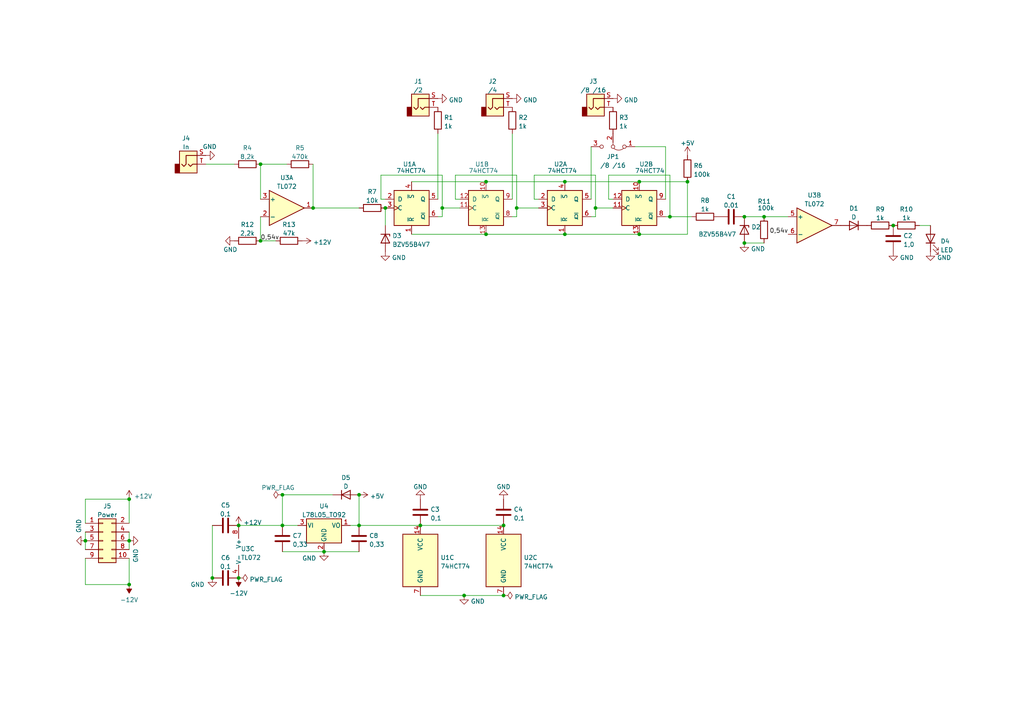
<source format=kicad_sch>
(kicad_sch (version 20211123) (generator eeschema)
  (paper "A4")
  (lib_symbols
    (symbol "74xx:74HC74" (pin_names (offset 1.016))
      (property "Reference" "U" (at -7.62 8.89 0))
      (property "Value" "74HC74" (at -7.62 -8.89 0))
      (symbol "74HC74_1_0"
        (pin input line (at 0 -7.62 90) (length 2.54) (name "~{R}") (number "1"))
        (pin input line (at -7.62 2.54 0) (length 2.54) (name "D") (number "2"))
        (pin input clock (at -7.62 0 0) (length 2.54) (name "C") (number "3"))
        (pin input line (at 0 7.62 270) (length 2.54) (name "~{S}") (number "4"))
        (pin output line (at 7.62 2.54 180) (length 2.54) (name "Q") (number "5"))
        (pin output line (at 7.62 -2.54 180) (length 2.54) (name "~{Q}") (number "6"))
      )
      (symbol "74HC74_1_1"
        (rectangle (start -5.08 5.08) (end 5.08 -5.08) (stroke (width 0.254)) (fill (type background)))
      )
      (symbol "74HC74_2_0"
        (pin input line (at 0 7.62 270) (length 2.54) (name "~{S}") (number "10"))
        (pin input clock (at -7.62 0 0) (length 2.54) (name "C") (number "11"))
        (pin input line (at -7.62 2.54 0) (length 2.54) (name "D") (number "12"))
        (pin input line (at 0 -7.62 90) (length 2.54) (name "~{R}") (number "13"))
        (pin output line (at 7.62 -2.54 180) (length 2.54) (name "~{Q}") (number "8"))
        (pin output line (at 7.62 2.54 180) (length 2.54) (name "Q") (number "9"))
      )
      (symbol "74HC74_2_1"
        (rectangle (start -5.08 5.08) (end 5.08 -5.08) (stroke (width 0.254)) (fill (type background)))
      )
      (symbol "74HC74_3_0"
        (pin power_in line (at 0 10.16 270) (length 2.54) (name "VCC") (number "14"))
        (pin power_in line (at 0 -10.16 90) (length 2.54) (name "GND") (number "7"))
      )
      (symbol "74HC74_3_1"
        (rectangle (start -5.08 7.62) (end 5.08 -7.62) (stroke (width 0.254)) (fill (type background)))
      )
    )
    (symbol "Amplifier_Operational:TL072" (pin_names (offset 0.127))
      (property "Reference" "U" (at 0 5.08 0))
      (property "Value" "TL072" (at 0 -5.08 0))
      (symbol "TL072_1_1"
        (polyline (pts (xy -5.08 5.08) (xy 5.08 0) (xy -5.08 -5.08) (xy -5.08 5.08)) (stroke (width 0.254)) (fill (type background)))
        (pin output line (at 7.62 0 180) (length 2.54) (name "~") (number "1"))
        (pin input line (at -7.62 -2.54 0) (length 2.54) (name "-") (number "2"))
        (pin input line (at -7.62 2.54 0) (length 2.54) (name "+") (number "3"))
      )
      (symbol "TL072_2_1"
        (polyline (pts (xy -5.08 5.08) (xy 5.08 0) (xy -5.08 -5.08) (xy -5.08 5.08)) (stroke (width 0.254)) (fill (type background)))
        (pin input line (at -7.62 2.54 0) (length 2.54) (name "+") (number "5"))
        (pin input line (at -7.62 -2.54 0) (length 2.54) (name "-") (number "6"))
        (pin output line (at 7.62 0 180) (length 2.54) (name "~") (number "7"))
      )
      (symbol "TL072_3_1"
        (pin power_in line (at -2.54 -7.62 90) (length 3.81) (name "V-") (number "4"))
        (pin power_in line (at -2.54 7.62 270) (length 3.81) (name "V+") (number "8"))
      )
    )
    (symbol "Connector:AudioJack2"
      (property "Reference" "J" (at 0 8.89 0))
      (property "Value" "AudioJack2" (at 0 6.35 0))
      (symbol "AudioJack2_0_1"
        (rectangle (start -3.81 0) (end -2.54 -2.54) (stroke (width 0.254)) (fill (type outline)))
        (rectangle (start -2.54 3.81) (end 2.54 -2.54) (stroke (width 0.254)) (fill (type background)))
        (polyline (pts (xy 0 0) (xy 0.635 -0.635) (xy 1.27 0) (xy 2.54 0)) (stroke (width 0.254)))
        (polyline (pts (xy 2.54 2.54) (xy -0.635 2.54) (xy -0.635 0) (xy -1.27 -0.635) (xy -1.905 0)) (stroke (width 0.254)))
      )
      (symbol "AudioJack2_1_1"
        (pin passive line (at 5.08 2.54 180) (length 2.54) (name "~") (number "S"))
        (pin passive line (at 5.08 0 180) (length 2.54) (name "~") (number "T"))
      )
    )
    (symbol "Connector_Generic:Conn_02x05_Odd_Even" (pin_names (offset 1.016) hide)
      (property "Reference" "J" (at 1.27 7.62 0))
      (property "Value" "Conn_02x05_Odd_Even" (at 1.27 -7.62 0))
      (symbol "Conn_02x05_Odd_Even_1_1"
        (rectangle (start -1.27 -4.953) (end 0 -5.207) (stroke (width 0.1524)))
        (rectangle (start -1.27 -2.413) (end 0 -2.667) (stroke (width 0.1524)))
        (rectangle (start -1.27 0.127) (end 0 -0.127) (stroke (width 0.1524)))
        (rectangle (start -1.27 2.667) (end 0 2.413) (stroke (width 0.1524)))
        (rectangle (start -1.27 5.207) (end 0 4.953) (stroke (width 0.1524)))
        (rectangle (start -1.27 6.35) (end 3.81 -6.35) (stroke (width 0.254)) (fill (type background)))
        (rectangle (start 3.81 -4.953) (end 2.54 -5.207) (stroke (width 0.1524)))
        (rectangle (start 3.81 -2.413) (end 2.54 -2.667) (stroke (width 0.1524)))
        (rectangle (start 3.81 0.127) (end 2.54 -0.127) (stroke (width 0.1524)))
        (rectangle (start 3.81 2.667) (end 2.54 2.413) (stroke (width 0.1524)))
        (rectangle (start 3.81 5.207) (end 2.54 4.953) (stroke (width 0.1524)))
        (pin passive line (at -5.08 5.08 0) (length 3.81) (name "Pin_1") (number "1"))
        (pin passive line (at 7.62 -5.08 180) (length 3.81) (name "Pin_10") (number "10"))
        (pin passive line (at 7.62 5.08 180) (length 3.81) (name "Pin_2") (number "2"))
        (pin passive line (at -5.08 2.54 0) (length 3.81) (name "Pin_3") (number "3"))
        (pin passive line (at 7.62 2.54 180) (length 3.81) (name "Pin_4") (number "4"))
        (pin passive line (at -5.08 0 0) (length 3.81) (name "Pin_5") (number "5"))
        (pin passive line (at 7.62 0 180) (length 3.81) (name "Pin_6") (number "6"))
        (pin passive line (at -5.08 -2.54 0) (length 3.81) (name "Pin_7") (number "7"))
        (pin passive line (at 7.62 -2.54 180) (length 3.81) (name "Pin_8") (number "8"))
        (pin passive line (at -5.08 -5.08 0) (length 3.81) (name "Pin_9") (number "9"))
      )
    )
    (symbol "Device:C" (pin_numbers hide) (pin_names (offset 0.254))
      (property "Reference" "C" (at 0.635 2.54 0))
      (property "Value" "C" (at 0.635 -2.54 0))
      (symbol "C_0_1"
        (polyline (pts (xy -2.032 -0.762) (xy 2.032 -0.762)) (stroke (width 0.508)))
        (polyline (pts (xy -2.032 0.762) (xy 2.032 0.762)) (stroke (width 0.508)))
      )
      (symbol "C_1_1"
        (pin passive line (at 0 3.81 270) (length 2.794) (name "~") (number "1"))
        (pin passive line (at 0 -3.81 90) (length 2.794) (name "~") (number "2"))
      )
    )
    (symbol "Device:D" (pin_numbers hide) (pin_names (offset 1.016) hide)
      (property "Reference" "D" (at 0 2.54 0))
      (property "Value" "D" (at 0 -2.54 0))
      (symbol "D_0_1"
        (polyline (pts (xy -1.27 1.27) (xy -1.27 -1.27)) (stroke (width 0.254)))
        (polyline (pts (xy 1.27 0) (xy -1.27 0)))
        (polyline (pts (xy 1.27 1.27) (xy 1.27 -1.27) (xy -1.27 0) (xy 1.27 1.27)) (stroke (width 0.254)))
      )
      (symbol "D_1_1"
        (pin passive line (at -3.81 0 0) (length 2.54) (name "K") (number "1"))
        (pin passive line (at 3.81 0 180) (length 2.54) (name "A") (number "2"))
      )
    )
    (symbol "Device:LED" (pin_numbers hide) (pin_names (offset 1.016) hide)
      (property "Reference" "D" (at 0 2.54 0))
      (property "Value" "LED" (at 0 -2.54 0))
      (symbol "LED_0_1"
        (polyline (pts (xy -1.27 -1.27) (xy -1.27 1.27)) (stroke (width 0.254)))
        (polyline (pts (xy -1.27 0) (xy 1.27 0)))
        (polyline (pts (xy 1.27 -1.27) (xy 1.27 1.27) (xy -1.27 0) (xy 1.27 -1.27)) (stroke (width 0.254)))
        (polyline (pts (xy -3.048 -0.762) (xy -4.572 -2.286) (xy -3.81 -2.286) (xy -4.572 -2.286) (xy -4.572 -1.524)))
        (polyline (pts (xy -1.778 -0.762) (xy -3.302 -2.286) (xy -2.54 -2.286) (xy -3.302 -2.286) (xy -3.302 -1.524)))
      )
      (symbol "LED_1_1"
        (pin passive line (at -3.81 0 0) (length 2.54) (name "K") (number "1"))
        (pin passive line (at 3.81 0 180) (length 2.54) (name "A") (number "2"))
      )
    )
    (symbol "Device:R" (pin_numbers hide) (pin_names (offset 0))
      (property "Reference" "R" (at 2.032 0 90))
      (property "Value" "R" (at 0 0 90))
      (symbol "R_0_1"
        (rectangle (start -1.016 -2.54) (end 1.016 2.54) (stroke (width 0.254)))
      )
      (symbol "R_1_1"
        (pin passive line (at 0 3.81 270) (length 1.27) (name "~") (number "1"))
        (pin passive line (at 0 -3.81 90) (length 1.27) (name "~") (number "2"))
      )
    )
    (symbol "Diode:BZV55B4V7" (pin_numbers hide) (pin_names hide)
      (property "Reference" "D" (at 0 2.54 0))
      (property "Value" "BZV55B4V7" (at 0 -2.54 0))
      (symbol "BZV55B4V7_0_1"
        (polyline (pts (xy 1.27 0) (xy -1.27 0)))
        (polyline (pts (xy -1.27 -1.27) (xy -1.27 1.27) (xy -0.762 1.27)) (stroke (width 0.254)))
        (polyline (pts (xy 1.27 -1.27) (xy 1.27 1.27) (xy -1.27 0) (xy 1.27 -1.27)) (stroke (width 0.254)))
      )
      (symbol "BZV55B4V7_1_1"
        (pin passive line (at -3.81 0 0) (length 2.54) (name "K") (number "1"))
        (pin passive line (at 3.81 0 180) (length 2.54) (name "A") (number "2"))
      )
    )
    (symbol "Jumper:Jumper_3_Bridged12" (pin_names (offset 0) hide)
      (property "Reference" "JP" (at -2.54 -2.54 0))
      (property "Value" "Jumper_3_Bridged12" (at 0 2.794 0))
      (symbol "Jumper_3_Bridged12_0_0"
        (circle (center -3.302 0) (radius 0.508))
        (circle (center 0 0) (radius 0.508))
        (circle (center 3.302 0) (radius 0.508))
      )
      (symbol "Jumper_3_Bridged12_0_1"
        (arc (start -0.254 0.508) (mid -1.651 0.9912) (end -3.048 0.508))
        (polyline (pts (xy 0 -1.27) (xy 0 -0.508)))
      )
      (symbol "Jumper_3_Bridged12_1_1"
        (pin passive line (at -6.35 0 0) (length 2.54) (name "A") (number "1"))
        (pin passive line (at 0 -3.81 90) (length 2.54) (name "C") (number "2"))
        (pin passive line (at 6.35 0 180) (length 2.54) (name "B") (number "3"))
      )
    )
    (symbol "Regulator_Linear:L78L05_TO92" (pin_names (offset 0.254))
      (property "Reference" "U" (at -3.81 3.175 0))
      (property "Value" "L78L05_TO92" (at 0 3.175 0))
      (symbol "L78L05_TO92_0_1"
        (rectangle (start -5.08 -5.08) (end 5.08 1.905) (stroke (width 0.254)) (fill (type background)))
      )
      (symbol "L78L05_TO92_1_1"
        (pin power_out line (at 7.62 0 180) (length 2.54) (name "VO") (number "1"))
        (pin power_in line (at 0 -7.62 90) (length 2.54) (name "GND") (number "2"))
        (pin power_in line (at -7.62 0 0) (length 2.54) (name "VI") (number "3"))
      )
    )
    (symbol "power:+12V" (power) (pin_names (offset 0))
      (property "Value" "+12V" (at 0 3.556 0))
      (symbol "+12V_0_1"
        (polyline (pts (xy -0.762 1.27) (xy 0 2.54)))
        (polyline (pts (xy 0 0) (xy 0 2.54)))
        (polyline (pts (xy 0 2.54) (xy 0.762 1.27)))
      )
      (symbol "+12V_1_1"
        (pin power_in line (at 0 0 90) (length 0) hide (name "+12V") (number "1"))
      )
    )
    (symbol "power:+5V" (power) (pin_names (offset 0))
      (property "Value" "+5V" (at 0 3.556 0))
      (symbol "+5V_0_1"
        (polyline (pts (xy -0.762 1.27) (xy 0 2.54)))
        (polyline (pts (xy 0 0) (xy 0 2.54)))
        (polyline (pts (xy 0 2.54) (xy 0.762 1.27)))
      )
      (symbol "+5V_1_1"
        (pin power_in line (at 0 0 90) (length 0) hide (name "+5V") (number "1"))
      )
    )
    (symbol "power:-12V" (power) (pin_names (offset 0))
      (property "Value" "-12V" (at 0 3.81 0))
      (symbol "-12V_0_0"
        (pin power_in line (at 0 0 90) (length 0) hide (name "-12V") (number "1"))
      )
      (symbol "-12V_0_1"
        (polyline (pts (xy 0 0) (xy 0 1.27) (xy 0.762 1.27) (xy 0 2.54) (xy -0.762 1.27) (xy 0 1.27)) (fill (type outline)))
      )
    )
    (symbol "power:GND" (power) (pin_names (offset 0))
      (property "Value" "GND" (at 0 -3.81 0))
      (symbol "GND_0_1"
        (polyline (pts (xy 0 0) (xy 0 -1.27) (xy 1.27 -1.27) (xy 0 -2.54) (xy -1.27 -1.27) (xy 0 -1.27)))
      )
      (symbol "GND_1_1"
        (pin power_in line (at 0 0 270) (length 0) hide (name "GND") (number "1"))
      )
    )
    (symbol "power:PWR_FLAG" (power) (pin_numbers hide) (pin_names (offset 0) hide)
      (property "Value" "PWR_FLAG" (at 0 3.81 0))
      (symbol "PWR_FLAG_0_0"
        (pin power_out line (at 0 0 90) (length 0) (name "pwr") (number "1"))
      )
      (symbol "PWR_FLAG_0_1"
        (polyline (pts (xy 0 0) (xy 0 1.27) (xy -1.016 1.905) (xy 0 2.54) (xy 1.016 1.905) (xy 0 1.27)))
      )
    )
  )
  (junction (at 163.83 67.945))
  (junction (at 37.465 144.78))
  (junction (at 69.215 167.64))
  (junction (at 163.83 52.705))
  (junction (at 37.465 156.845))
  (junction (at 215.9 70.485))
  (junction (at 140.97 52.705))
  (junction (at 104.14 143.51))
  (junction (at 81.915 152.4))
  (junction (at 75.565 69.85))
  (junction (at 24.765 156.845))
  (junction (at 215.9 62.865))
  (junction (at 172.72 60.325))
  (junction (at 146.05 172.72))
  (junction (at 140.97 67.945))
  (junction (at 61.595 167.64))
  (junction (at 75.565 47.625))
  (junction (at 221.615 62.865))
  (junction (at 199.39 52.705))
  (junction (at 134.62 172.72))
  (junction (at 128.27 60.325))
  (junction (at 185.42 52.705))
  (junction (at 93.98 160.02))
  (junction (at 146.05 152.4))
  (junction (at 185.42 67.945))
  (junction (at 81.915 143.51))
  (junction (at 259.08 65.405))
  (junction (at 149.86 60.325))
  (junction (at 37.465 169.545))
  (junction (at 111.76 60.325))
  (junction (at 194.31 62.865))
  (junction (at 90.805 60.325))
  (junction (at 121.92 152.4))
  (junction (at 104.14 152.4))
  (junction (at 69.215 152.4))
  (wire (pts (xy 149.86 50.8) (xy 149.86 60.325)))
  (wire (pts (xy 199.39 67.945) (xy 199.39 52.705)))
  (wire (pts (xy 24.765 144.78) (xy 37.465 144.78)))
  (wire (pts (xy 128.27 62.865) (xy 128.27 60.325)))
  (wire (pts (xy 83.185 47.625) (xy 75.565 47.625)))
  (wire (pts (xy 111.76 57.785) (xy 110.49 57.785)))
  (wire (pts (xy 24.765 154.305) (xy 24.765 156.845)))
  (wire (pts (xy 101.6 152.4) (xy 104.14 152.4)))
  (wire (pts (xy 149.86 60.325) (xy 149.86 62.865)))
  (wire (pts (xy 221.615 62.865) (xy 228.6 62.865)))
  (wire (pts (xy 215.9 62.865) (xy 221.615 62.865)))
  (wire (pts (xy 163.83 52.705) (xy 185.42 52.705)))
  (wire (pts (xy 172.72 50.8) (xy 172.72 60.325)))
  (wire (pts (xy 172.72 62.865) (xy 171.45 62.865)))
  (wire (pts (xy 177.8 57.785) (xy 176.53 57.785)))
  (wire (pts (xy 128.27 60.325) (xy 128.27 50.8)))
  (wire (pts (xy 59.69 47.625) (xy 67.945 47.625)))
  (wire (pts (xy 24.765 169.545) (xy 37.465 169.545)))
  (wire (pts (xy 149.86 60.325) (xy 156.21 60.325)))
  (wire (pts (xy 266.7 65.405) (xy 269.875 65.405)))
  (wire (pts (xy 127 62.865) (xy 128.27 62.865)))
  (wire (pts (xy 81.915 143.51) (xy 81.915 152.4)))
  (wire (pts (xy 90.805 60.325) (xy 104.14 60.325)))
  (wire (pts (xy 93.98 160.02) (xy 104.14 160.02)))
  (wire (pts (xy 199.39 52.705) (xy 185.42 52.705)))
  (wire (pts (xy 75.565 69.85) (xy 80.01 69.85)))
  (wire (pts (xy 90.805 47.625) (xy 90.805 60.325)))
  (wire (pts (xy 215.9 70.485) (xy 221.615 70.485)))
  (wire (pts (xy 75.565 62.865) (xy 75.565 69.85)))
  (wire (pts (xy 81.915 152.4) (xy 86.36 152.4)))
  (wire (pts (xy 185.42 67.945) (xy 199.39 67.945)))
  (wire (pts (xy 24.765 156.845) (xy 24.765 159.385)))
  (wire (pts (xy 127 38.735) (xy 127 57.785)))
  (wire (pts (xy 104.14 143.51) (xy 104.14 152.4)))
  (wire (pts (xy 176.53 57.785) (xy 176.53 50.8)))
  (wire (pts (xy 176.53 50.8) (xy 194.31 50.8)))
  (wire (pts (xy 104.14 152.4) (xy 121.92 152.4)))
  (wire (pts (xy 154.94 50.8) (xy 172.72 50.8)))
  (wire (pts (xy 110.49 50.8) (xy 110.49 57.785)))
  (wire (pts (xy 37.465 169.545) (xy 37.465 161.925)))
  (wire (pts (xy 121.92 172.72) (xy 134.62 172.72)))
  (wire (pts (xy 37.465 154.305) (xy 37.465 156.845)))
  (wire (pts (xy 132.08 50.8) (xy 132.08 57.785)))
  (wire (pts (xy 149.86 62.865) (xy 148.59 62.865)))
  (wire (pts (xy 172.72 60.325) (xy 172.72 62.865)))
  (wire (pts (xy 134.62 172.72) (xy 146.05 172.72)))
  (wire (pts (xy 24.765 161.925) (xy 24.765 169.545)))
  (wire (pts (xy 140.97 67.945) (xy 163.83 67.945)))
  (wire (pts (xy 193.04 57.785) (xy 193.04 42.545)))
  (wire (pts (xy 119.38 52.705) (xy 140.97 52.705)))
  (wire (pts (xy 163.83 67.945) (xy 185.42 67.945)))
  (wire (pts (xy 171.45 42.545) (xy 171.45 57.785)))
  (wire (pts (xy 37.465 156.845) (xy 37.465 159.385)))
  (wire (pts (xy 154.94 57.785) (xy 154.94 50.8)))
  (wire (pts (xy 128.27 50.8) (xy 110.49 50.8)))
  (wire (pts (xy 119.38 67.945) (xy 140.97 67.945)))
  (wire (pts (xy 194.31 62.865) (xy 200.66 62.865)))
  (wire (pts (xy 69.215 152.4) (xy 81.915 152.4)))
  (wire (pts (xy 61.595 152.4) (xy 61.595 167.64)))
  (wire (pts (xy 96.52 143.51) (xy 81.915 143.51)))
  (wire (pts (xy 128.27 60.325) (xy 133.35 60.325)))
  (wire (pts (xy 24.765 151.765) (xy 24.765 144.78)))
  (wire (pts (xy 133.35 57.785) (xy 132.08 57.785)))
  (wire (pts (xy 194.31 50.8) (xy 194.31 62.865)))
  (wire (pts (xy 37.465 144.78) (xy 37.465 151.765)))
  (wire (pts (xy 193.04 42.545) (xy 184.15 42.545)))
  (wire (pts (xy 121.92 152.4) (xy 146.05 152.4)))
  (wire (pts (xy 140.97 52.705) (xy 163.83 52.705)))
  (wire (pts (xy 75.565 47.625) (xy 75.565 57.785)))
  (wire (pts (xy 172.72 60.325) (xy 177.8 60.325)))
  (wire (pts (xy 193.04 62.865) (xy 194.31 62.865)))
  (wire (pts (xy 111.76 60.325) (xy 111.76 65.405)))
  (wire (pts (xy 156.21 57.785) (xy 154.94 57.785)))
  (wire (pts (xy 81.915 160.02) (xy 93.98 160.02)))
  (wire (pts (xy 132.08 50.8) (xy 149.86 50.8)))
  (wire (pts (xy 148.59 38.735) (xy 148.59 57.785)))
  (label "0,54v" (at 228.6 67.945 180))
  (label "0,54v" (at 75.565 69.85 0))
  (symbol (lib_id "Device:R") (at 71.755 47.625 90) (unit 1)
    (property "Reference" "R4" (at 71.755 42.9092 90))
    (property "Value" "8,2k" (at 71.755 45.4461 90))
    (property "Footprint" "Resistor_SMD:R_1206_3216Metric_Pad1.30x1.75mm_HandSolder" (effects hide))
  )
  (symbol (lib_id "power:GND") (at 148.59 28.575 90) (unit 1)
    (property "Reference" "#PWR02" (effects hide))
    (property "Value" "GND" (at 151.765 29.0088 90) (effects (justify right)))
  )
  (symbol (lib_id "power:GND") (at 269.875 73.025 0) (unit 1)
    (property "Reference" "#PWR011" (effects hide))
    (property "Value" "GND" (at 271.78 74.7288 0) (effects (justify left)))
  )
  (symbol (lib_id "Jumper:Jumper_3_Bridged12") (at 177.8 42.545 180) (unit 1)
    (property "Reference" "JP1" (at 177.8 45.4396 0))
    (property "Value" "/8 /16" (at 177.8 47.9765 0))
    (property "Footprint" "Connector_PinHeader_2.54mm:PinHeader_1x03_P2.54mm_Vertical" (effects hide))
  )
  (symbol (lib_id "power:GND") (at 134.62 172.72 0) (unit 1)
    (property "Reference" "#PWR017" (effects hide))
    (property "Value" "GND" (at 136.525 174.4238 0) (effects (justify left)))
  )
  (symbol (lib_id "power:PWR_FLAG") (at 146.05 172.72 270) (unit 1)
    (property "Reference" "#FLG0101" (effects hide))
    (property "Value" "PWR_FLAG" (at 149.225 173.1538 90) (effects (justify left)))
  )
  (symbol (lib_id "Device:C") (at 259.08 69.215 180) (unit 1)
    (property "Reference" "C2" (at 262.001 68.3803 0) (effects (justify right)))
    (property "Value" "1,0" (at 262.001 70.9172 0) (effects (justify right)))
    (property "Footprint" "Capacitor_THT:C_Disc_D5.0mm_W2.5mm_P5.00mm" (effects hide))
  )
  (symbol (lib_id "Device:R") (at 204.47 62.865 90) (unit 1)
    (property "Reference" "R8" (at 204.47 58.1492 90))
    (property "Value" "1k" (at 204.47 60.6861 90))
    (property "Footprint" "Resistor_SMD:R_1206_3216Metric_Pad1.30x1.75mm_HandSolder" (effects hide))
  )
  (symbol (lib_id "Device:R") (at 83.82 69.85 90) (unit 1)
    (property "Reference" "R13" (at 83.82 65.1342 90))
    (property "Value" "47k" (at 83.82 67.6711 90))
    (property "Footprint" "Resistor_SMD:R_1206_3216Metric_Pad1.30x1.75mm_HandSolder" (effects hide))
  )
  (symbol (lib_id "74xx:74HC74") (at 140.97 60.325 0) (unit 2)
    (property "Reference" "U1" (at 137.795 47.625 0) (effects (justify left)))
    (property "Value" "74HCT74" (at 135.89 49.53 0) (effects (justify left)))
    (property "Footprint" "Package_DIP:DIP-14_W7.62mm_Socket_LongPads" (effects hide))
    (property "Datasheet" "74xx/74hc_hct74.pdf" (effects hide))
  )
  (symbol (lib_id "Device:C") (at 81.915 156.21 180) (unit 1)
    (property "Reference" "C7" (at 84.836 155.3753 0) (effects (justify right)))
    (property "Value" "0,33" (at 84.836 157.9122 0) (effects (justify right)))
    (property "Footprint" "Capacitor_THT:C_Disc_D5.0mm_W2.5mm_P5.00mm" (effects hide))
  )
  (symbol (lib_id "power:GND") (at 177.8 28.575 90) (unit 1)
    (property "Reference" "#PWR03" (effects hide))
    (property "Value" "GND" (at 180.975 29.0088 90) (effects (justify right)))
  )
  (symbol (lib_id "Device:R") (at 262.89 65.405 90) (unit 1)
    (property "Reference" "R10" (at 262.89 60.6892 90))
    (property "Value" "1k" (at 262.89 63.2261 90))
    (property "Footprint" "Resistor_SMD:R_1206_3216Metric_Pad1.30x1.75mm_HandSolder" (effects hide))
  )
  (symbol (lib_id "power:GND") (at 37.465 156.845 90) (unit 1)
    (property "Reference" "#PWR0102" (effects hide))
    (property "Value" "GND" (at 39.37 163.195 0) (effects (justify left)))
  )
  (symbol (lib_id "Device:C") (at 104.14 156.21 180) (unit 1)
    (property "Reference" "C8" (at 107.061 155.3753 0) (effects (justify right)))
    (property "Value" "0,33" (at 107.061 157.9122 0) (effects (justify right)))
    (property "Footprint" "Capacitor_THT:C_Disc_D5.0mm_W2.5mm_P5.00mm" (effects hide))
  )
  (symbol (lib_id "power:GND") (at 215.9 70.485 0) (unit 1)
    (property "Reference" "#PWR08" (effects hide))
    (property "Value" "GND" (at 217.805 72.1888 0) (effects (justify left)))
  )
  (symbol (lib_id "power:GND") (at 111.76 73.025 0) (unit 1)
    (property "Reference" "#PWR09" (effects hide))
    (property "Value" "GND" (at 113.665 74.7288 0) (effects (justify left)))
  )
  (symbol (lib_id "Device:R") (at 86.995 47.625 90) (unit 1)
    (property "Reference" "R5" (at 86.995 42.9092 90))
    (property "Value" "470k" (at 86.995 45.4461 90))
    (property "Footprint" "Resistor_SMD:R_1206_3216Metric_Pad1.30x1.75mm_HandSolder" (effects hide))
  )
  (symbol (lib_id "power:+5V") (at 199.39 45.085 0) (unit 1)
    (property "Reference" "#PWR05" (effects hide))
    (property "Value" "+5V" (at 199.39 41.5092 0))
  )
  (symbol (lib_id "Amplifier_Operational:TL072") (at 71.755 160.02 0) (unit 3)
    (property "Reference" "U3" (at 69.85 159.1853 0) (effects (justify left)))
    (property "Value" "TL072" (at 69.85 161.7222 0) (effects (justify left)))
    (property "Footprint" "Package_DIP:DIP-8_W7.62mm_Socket_LongPads" (effects hide))
    (property "Datasheet" "http://www.ti.com/lit/ds/symlink/tl071.pdf" (effects hide))
  )
  (symbol (lib_id "power:GND") (at 59.69 45.085 90) (unit 1)
    (property "Reference" "#PWR04" (effects hide))
    (property "Value" "GND" (at 62.865 42.545 90) (effects (justify left)))
  )
  (symbol (lib_id "power:GND") (at 67.945 69.85 270) (unit 1)
    (property "Reference" "#PWR06" (effects hide))
    (property "Value" "GND" (at 64.77 72.39 90) (effects (justify left)))
  )
  (symbol (lib_id "Device:D") (at 247.65 65.405 180) (unit 1)
    (property "Reference" "D1" (at 247.65 60.4352 0))
    (property "Value" "D" (at 247.65 62.9721 0))
    (property "Footprint" "Diode_SMD:D_MiniMELF_Handsoldering" (effects hide))
  )
  (symbol (lib_id "power:GND") (at 127 28.575 90) (unit 1)
    (property "Reference" "#PWR01" (effects hide))
    (property "Value" "GND" (at 130.175 29.0088 90) (effects (justify right)))
  )
  (symbol (lib_id "74xx:74HC74") (at 185.42 60.325 0) (unit 2)
    (property "Reference" "U2" (at 185.42 47.625 0) (effects (justify left)))
    (property "Value" "74HCT74" (at 184.15 49.53 0) (effects (justify left)))
    (property "Footprint" "Package_DIP:DIP-14_W7.62mm_Socket_LongPads" (effects hide))
    (property "Datasheet" "74xx/74hc_hct74.pdf" (effects hide))
  )
  (symbol (lib_id "Connector:AudioJack2") (at 121.92 31.115 0) (unit 1)
    (property "Reference" "J1" (at 121.285 23.6052 0))
    (property "Value" "/2" (at 121.285 26.1421 0))
    (property "Footprint" "Connector_Audio:Jack_3.5mm_CUI_SJ1-3525N_Horizontal" (effects hide))
  )
  (symbol (lib_id "Device:R") (at 255.27 65.405 90) (unit 1)
    (property "Reference" "R9" (at 255.27 60.6892 90))
    (property "Value" "1k" (at 255.27 63.2261 90))
    (property "Footprint" "Resistor_SMD:R_1206_3216Metric_Pad1.30x1.75mm_HandSolder" (effects hide))
  )
  (symbol (lib_id "power:+12V") (at 69.215 152.4 0) (unit 1)
    (property "Reference" "#PWR014" (effects hide))
    (property "Value" "+12V" (at 70.612 151.5638 0) (effects (justify left)))
  )
  (symbol (lib_id "power:GND") (at 121.92 144.78 180) (unit 1)
    (property "Reference" "#PWR012" (effects hide))
    (property "Value" "GND" (at 121.92 141.2042 0))
  )
  (symbol (lib_id "Device:C") (at 65.405 167.64 90) (unit 1)
    (property "Reference" "C6" (at 65.405 161.7812 90))
    (property "Value" "0,1" (at 65.405 164.3181 90))
    (property "Footprint" "Capacitor_SMD:C_1206_3216Metric_Pad1.33x1.80mm_HandSolder" (effects hide))
  )
  (symbol (lib_id "power:PWR_FLAG") (at 69.215 167.64 270) (unit 1)
    (property "Reference" "#FLG0102" (effects hide))
    (property "Value" "PWR_FLAG" (at 72.39 168.0738 90) (effects (justify left)))
  )
  (symbol (lib_id "Amplifier_Operational:TL072") (at 83.185 60.325 0) (unit 1)
    (property "Reference" "U3" (at 83.185 51.5452 0))
    (property "Value" "TL072" (at 83.185 54.0821 0))
    (property "Footprint" "Package_DIP:DIP-8_W7.62mm_Socket_LongPads" (effects hide))
    (property "Datasheet" "http://www.ti.com/lit/ds/symlink/tl071.pdf" (effects hide))
  )
  (symbol (lib_id "Connector:AudioJack2") (at 172.72 31.115 0) (unit 1)
    (property "Reference" "J3" (at 172.085 23.6052 0))
    (property "Value" "/8 /16" (at 172.085 26.1421 0))
    (property "Footprint" "Connector_Audio:Jack_3.5mm_CUI_SJ1-3525N_Horizontal" (effects hide))
  )
  (symbol (lib_id "Device:R") (at 107.95 60.325 90) (unit 1)
    (property "Reference" "R7" (at 107.95 55.6092 90))
    (property "Value" "10k" (at 107.95 58.1461 90))
    (property "Footprint" "Resistor_SMD:R_1206_3216Metric_Pad1.30x1.75mm_HandSolder" (effects hide))
  )
  (symbol (lib_id "power:+12V") (at 87.63 69.85 270) (unit 1)
    (property "Reference" "#PWR07" (effects hide))
    (property "Value" "+12V" (at 90.805 70.2838 90) (effects (justify left)))
  )
  (symbol (lib_id "Connector:AudioJack2") (at 143.51 31.115 0) (unit 1)
    (property "Reference" "J2" (at 142.875 23.6052 0))
    (property "Value" "/4" (at 142.875 26.1421 0))
    (property "Footprint" "Connector_Audio:Jack_3.5mm_CUI_SJ1-3525N_Horizontal" (effects hide))
  )
  (symbol (lib_id "power:GND") (at 61.595 167.64 0) (unit 1)
    (property "Reference" "#PWR015" (effects hide))
    (property "Value" "GND" (at 55.245 169.545 0) (effects (justify left)))
  )
  (symbol (lib_id "power:+5V") (at 104.14 143.51 270) (unit 1)
    (property "Reference" "#PWR0105" (effects hide))
    (property "Value" "+5V" (at 107.315 143.9438 90) (effects (justify left)))
  )
  (symbol (lib_id "Device:R") (at 71.755 69.85 90) (unit 1)
    (property "Reference" "R12" (at 71.755 65.1342 90))
    (property "Value" "2,2k" (at 71.755 67.6711 90))
    (property "Footprint" "Resistor_SMD:R_1206_3216Metric_Pad1.30x1.75mm_HandSolder" (effects hide))
  )
  (symbol (lib_id "74xx:74HC74") (at 163.83 60.325 0) (unit 1)
    (property "Reference" "U2" (at 160.655 47.625 0) (effects (justify left)))
    (property "Value" "74HCT74" (at 158.75 49.53 0) (effects (justify left)))
    (property "Footprint" "Package_DIP:DIP-14_W7.62mm_Socket_LongPads" (effects hide))
    (property "Datasheet" "74xx/74hc_hct74.pdf" (effects hide))
  )
  (symbol (lib_id "Device:R") (at 127 34.925 0) (unit 1)
    (property "Reference" "R1" (at 128.778 34.0903 0) (effects (justify left)))
    (property "Value" "1k" (at 128.778 36.6272 0) (effects (justify left)))
    (property "Footprint" "Resistor_SMD:R_1206_3216Metric_Pad1.30x1.75mm_HandSolder" (effects hide))
  )
  (symbol (lib_id "74xx:74HC74") (at 121.92 162.56 0) (unit 3)
    (property "Reference" "U1" (at 127.762 161.7253 0) (effects (justify left)))
    (property "Value" "74HCT74" (at 127.762 164.2622 0) (effects (justify left)))
    (property "Footprint" "Package_DIP:DIP-14_W7.62mm_Socket_LongPads" (effects hide))
    (property "Datasheet" "74xx/74hc_hct74.pdf" (effects hide))
  )
  (symbol (lib_id "Regulator_Linear:L78L05_TO92") (at 93.98 152.4 0) (unit 1)
    (property "Reference" "U4" (at 93.98 146.7952 0))
    (property "Value" "L78L05_TO92" (at 93.98 149.3321 0))
    (property "Footprint" "Package_TO_SOT_THT:TO-92_Inline" (effects hide))
    (property "Datasheet" "http://www.st.com/content/ccc/resource/technical/document/datasheet/15/55/e5/aa/23/5b/43/fd/CD00000446.pdf/files/CD00000446.pdf/jcr:content/translations/en.CD00000446.pdf" (effects hide))
  )
  (symbol (lib_id "power:GND") (at 24.765 156.845 270) (unit 1)
    (property "Reference" "#PWR0101" (effects hide))
    (property "Value" "GND" (at 22.86 150.495 0) (effects (justify left)))
  )
  (symbol (lib_id "Device:R") (at 177.8 34.925 0) (unit 1)
    (property "Reference" "R3" (at 179.578 34.0903 0) (effects (justify left)))
    (property "Value" "1k" (at 179.578 36.6272 0) (effects (justify left)))
    (property "Footprint" "Resistor_SMD:R_1206_3216Metric_Pad1.30x1.75mm_HandSolder" (effects hide))
  )
  (symbol (lib_id "74xx:74HC74") (at 119.38 60.325 0) (unit 1)
    (property "Reference" "U1" (at 116.84 47.625 0) (effects (justify left)))
    (property "Value" "74HCT74" (at 114.935 49.53 0) (effects (justify left)))
    (property "Footprint" "Package_DIP:DIP-14_W7.62mm_Socket_LongPads" (effects hide))
    (property "Datasheet" "74xx/74hc_hct74.pdf" (effects hide))
  )
  (symbol (lib_id "Device:C") (at 146.05 148.59 0) (unit 1)
    (property "Reference" "C4" (at 148.971 147.7553 0) (effects (justify left)))
    (property "Value" "0,1" (at 148.971 150.2922 0) (effects (justify left)))
    (property "Footprint" "Capacitor_SMD:C_1206_3216Metric_Pad1.33x1.80mm_HandSolder" (effects hide))
  )
  (symbol (lib_id "Diode:BZV55B4V7") (at 111.76 69.215 270) (unit 1)
    (property "Reference" "D3" (at 113.792 68.3803 90) (effects (justify left)))
    (property "Value" "BZV55B4V7" (at 113.792 70.9172 90) (effects (justify left)))
    (property "Footprint" "Diode_SMD:D_MiniMELF_Handsoldering" (effects hide))
    (property "Datasheet" "https://assets.nexperia.com/documents/data-sheet/BZV55_SER.pdf" (effects hide))
  )
  (symbol (lib_id "Device:R") (at 148.59 34.925 0) (unit 1)
    (property "Reference" "R2" (at 150.368 34.0903 0) (effects (justify left)))
    (property "Value" "1k" (at 150.368 36.6272 0) (effects (justify left)))
    (property "Footprint" "Resistor_SMD:R_1206_3216Metric_Pad1.30x1.75mm_HandSolder" (effects hide))
  )
  (symbol (lib_id "power:PWR_FLAG") (at 81.915 143.51 90) (unit 1)
    (property "Reference" "#FLG0103" (effects hide))
    (property "Value" "PWR_FLAG" (at 80.645 141.4582 90))
  )
  (symbol (lib_id "Connector:AudioJack2") (at 54.61 47.625 0) (unit 1)
    (property "Reference" "J4" (at 53.975 40.1152 0))
    (property "Value" "In" (at 53.975 42.6521 0))
    (property "Footprint" "Connector_Audio:Jack_3.5mm_CUI_SJ1-3525N_Horizontal" (effects hide))
  )
  (symbol (lib_id "power:GND") (at 146.05 144.78 180) (unit 1)
    (property "Reference" "#PWR013" (effects hide))
    (property "Value" "GND" (at 146.05 141.2042 0))
  )
  (symbol (lib_id "Amplifier_Operational:TL072") (at 236.22 65.405 0) (unit 2)
    (property "Reference" "U3" (at 236.22 56.6252 0))
    (property "Value" "TL072" (at 236.22 59.1621 0))
    (property "Footprint" "Package_DIP:DIP-8_W7.62mm_Socket_LongPads" (effects hide))
    (property "Datasheet" "http://www.ti.com/lit/ds/symlink/tl071.pdf" (effects hide))
  )
  (symbol (lib_id "power:GND") (at 93.98 160.02 0) (unit 1)
    (property "Reference" "#PWR018" (effects hide))
    (property "Value" "GND" (at 87.63 161.925 0) (effects (justify left)))
  )
  (symbol (lib_id "Diode:BZV55B4V7") (at 215.9 66.675 270) (unit 1)
    (property "Reference" "D2" (at 217.932 65.8403 90) (effects (justify left)))
    (property "Value" "BZV55B4V7" (at 202.565 67.945 90) (effects (justify left)))
    (property "Footprint" "Diode_SMD:D_MiniMELF_Handsoldering" (effects hide))
    (property "Datasheet" "https://assets.nexperia.com/documents/data-sheet/BZV55_SER.pdf" (effects hide))
  )
  (symbol (lib_id "Device:C") (at 65.405 152.4 90) (unit 1)
    (property "Reference" "C5" (at 65.405 146.5412 90))
    (property "Value" "0,1" (at 65.405 149.0781 90))
    (property "Footprint" "Capacitor_SMD:C_1206_3216Metric_Pad1.33x1.80mm_HandSolder" (effects hide))
  )
  (symbol (lib_id "Device:R") (at 221.615 66.675 0) (unit 1)
    (property "Reference" "R11" (at 219.71 58.42 0) (effects (justify left)))
    (property "Value" "100k" (at 219.71 60.325 0) (effects (justify left)))
    (property "Footprint" "Resistor_SMD:R_1206_3216Metric_Pad1.30x1.75mm_HandSolder" (effects hide))
  )
  (symbol (lib_id "power:-12V") (at 69.215 167.64 180) (unit 1)
    (property "Reference" "#PWR016" (effects hide))
    (property "Value" "-12V" (at 69.215 172.0834 0))
  )
  (symbol (lib_id "74xx:74HC74") (at 146.05 162.56 0) (unit 3)
    (property "Reference" "U2" (at 151.892 161.7253 0) (effects (justify left)))
    (property "Value" "74HCT74" (at 151.892 164.2622 0) (effects (justify left)))
    (property "Footprint" "Package_DIP:DIP-14_W7.62mm_Socket_LongPads" (effects hide))
    (property "Datasheet" "74xx/74hc_hct74.pdf" (effects hide))
  )
  (symbol (lib_id "Device:R") (at 199.39 48.895 0) (unit 1)
    (property "Reference" "R6" (at 201.168 48.0603 0) (effects (justify left)))
    (property "Value" "100k" (at 201.168 50.5972 0) (effects (justify left)))
    (property "Footprint" "Resistor_SMD:R_1206_3216Metric_Pad1.30x1.75mm_HandSolder" (effects hide))
  )
  (symbol (lib_id "Device:C") (at 212.09 62.865 90) (unit 1)
    (property "Reference" "C1" (at 212.09 57.0062 90))
    (property "Value" "0.01" (at 212.09 59.5431 90))
    (property "Footprint" "Capacitor_THT:C_Disc_D5.0mm_W2.5mm_P5.00mm" (effects hide))
  )
  (symbol (lib_id "Connector_Generic:Conn_02x05_Odd_Even") (at 29.845 156.845 0) (unit 1)
    (property "Reference" "J5" (at 31.115 146.7952 0))
    (property "Value" "Power" (at 31.115 149.3321 0))
    (property "Footprint" "Connector_PinHeader_2.54mm:PinHeader_2x05_P2.54mm_Vertical" (effects hide))
  )
  (symbol (lib_id "power:-12V") (at 37.465 169.545 180) (unit 1)
    (property "Reference" "#PWR0104" (effects hide))
    (property "Value" "-12V" (at 37.465 173.9884 0))
  )
  (symbol (lib_id "power:+12V") (at 37.465 144.78 0) (unit 1)
    (property "Reference" "#PWR0103" (effects hide))
    (property "Value" "+12V" (at 38.862 143.9438 0) (effects (justify left)))
  )
  (symbol (lib_id "Device:C") (at 121.92 148.59 0) (unit 1)
    (property "Reference" "C3" (at 124.841 147.7553 0) (effects (justify left)))
    (property "Value" "0,1" (at 124.841 150.2922 0) (effects (justify left)))
    (property "Footprint" "Capacitor_SMD:C_1206_3216Metric_Pad1.33x1.80mm_HandSolder" (effects hide))
  )
  (symbol (lib_id "Device:D") (at 100.33 143.51 0) (unit 1)
    (property "Reference" "D5" (at 100.33 138.5402 0))
    (property "Value" "D" (at 100.33 141.0771 0))
    (property "Footprint" "Diode_SMD:D_MiniMELF_Handsoldering" (effects hide))
  )
  (symbol (lib_id "Device:LED") (at 269.875 69.215 90) (unit 1)
    (property "Reference" "D4" (at 272.796 69.9678 90) (effects (justify right)))
    (property "Value" "LED" (at 272.796 72.5047 90) (effects (justify right)))
    (property "Footprint" "LED_THT:LED_D3.0mm_Horizontal_O1.27mm_Z2.0mm" (effects hide))
  )
  (symbol (lib_id "power:GND") (at 259.08 73.025 0) (unit 1)
    (property "Reference" "#PWR010" (effects hide))
    (property "Value" "GND" (at 260.985 74.7288 0) (effects (justify left)))
  )
)
</source>
